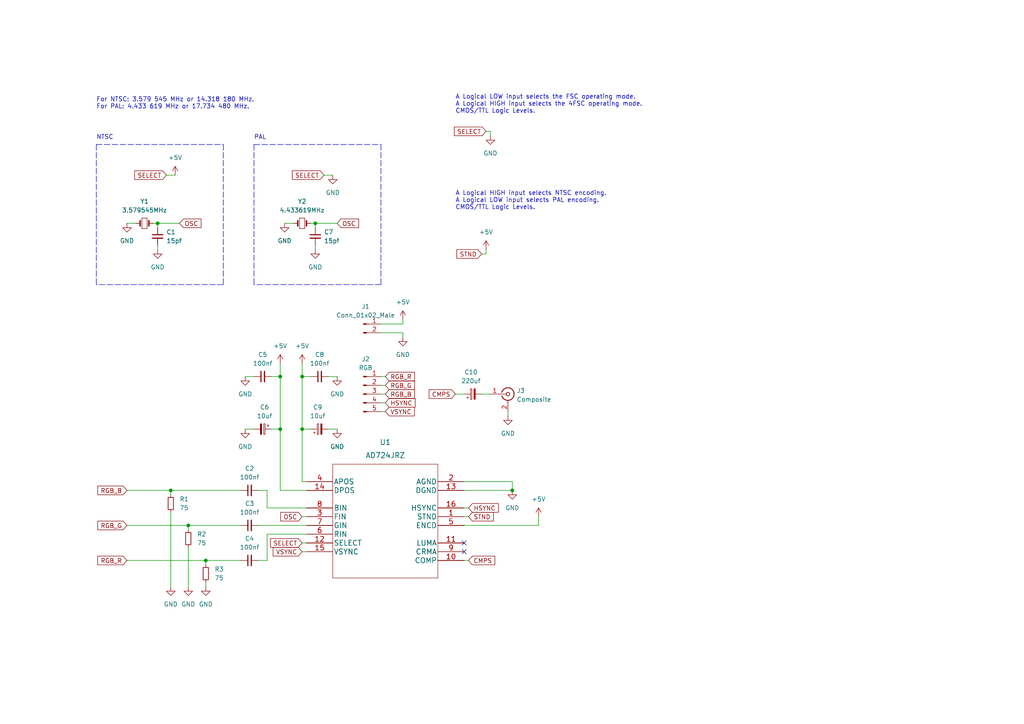
<source format=kicad_sch>
(kicad_sch (version 20211123) (generator eeschema)
  (paper "A4")
  (lib_symbols
    (symbol "2022-06-21_12-51-25:AD724JRZ" (pin_names (offset 0.254))
      (property "Reference" "U" (at 22.86 10.16 0))
      (property "Value" "AD724JRZ" (at 22.86 7.62 0))
      (symbol "AD724JRZ_1_1"
        (polyline (pts (xy 7.62 -27.94) (xy 38.1 -27.94)) (stroke (width 0.127)))
        (polyline (pts (xy 7.62 5.08) (xy 7.62 -27.94)) (stroke (width 0.127)))
        (polyline (pts (xy 38.1 -27.94) (xy 38.1 5.08)) (stroke (width 0.127)))
        (polyline (pts (xy 38.1 5.08) (xy 7.62 5.08)) (stroke (width 0.127)))
        (pin input line (at 45.72 -10.16 180) (length 7.62) (name "STND") (number "1"))
        (pin output line (at 45.72 -22.86 180) (length 7.62) (name "COMP") (number "10"))
        (pin output line (at 45.72 -17.78 180) (length 7.62) (name "LUMA") (number "11"))
        (pin input line (at 0 -17.78 0) (length 7.62) (name "SELECT") (number "12"))
        (pin power_in line (at 45.72 -2.54 180) (length 7.62) (name "DGND") (number "13"))
        (pin power_in line (at 0 -2.54 0) (length 7.62) (name "DPOS") (number "14"))
        (pin input line (at 0 -20.32 0) (length 7.62) (name "VSYNC") (number "15"))
        (pin input line (at 45.72 -7.62 180) (length 7.62) (name "HSYNC") (number "16"))
        (pin power_in line (at 45.72 0 180) (length 7.62) (name "AGND") (number "2"))
        (pin input line (at 0 -10.16 0) (length 7.62) (name "FIN") (number "3"))
        (pin power_in line (at 0 0 0) (length 7.62) (name "APOS") (number "4"))
        (pin input line (at 45.72 -12.7 180) (length 7.62) (name "ENCD") (number "5"))
        (pin input line (at 0 -15.24 0) (length 7.62) (name "RIN") (number "6"))
        (pin input line (at 0 -12.7 0) (length 7.62) (name "GIN") (number "7"))
        (pin input line (at 0 -7.62 0) (length 7.62) (name "BIN") (number "8"))
        (pin output line (at 45.72 -20.32 180) (length 7.62) (name "CRMA") (number "9"))
      )
    )
    (symbol "Connector:Conn_01x02_Male" (pin_names (offset 1.016) hide)
      (property "Reference" "J" (at 0 2.54 0))
      (property "Value" "Conn_01x02_Male" (at 0 -5.08 0))
      (symbol "Conn_01x02_Male_1_1"
        (polyline (pts (xy 1.27 -2.54) (xy 0.8636 -2.54)) (stroke (width 0.1524)))
        (polyline (pts (xy 1.27 0) (xy 0.8636 0)) (stroke (width 0.1524)))
        (rectangle (start 0.8636 -2.413) (end 0 -2.667) (stroke (width 0.1524)) (fill (type outline)))
        (rectangle (start 0.8636 0.127) (end 0 -0.127) (stroke (width 0.1524)) (fill (type outline)))
        (pin passive line (at 5.08 0 180) (length 3.81) (name "Pin_1") (number "1"))
        (pin passive line (at 5.08 -2.54 180) (length 3.81) (name "Pin_2") (number "2"))
      )
    )
    (symbol "Connector:Conn_01x05_Male" (pin_names (offset 1.016) hide)
      (property "Reference" "J" (at 0 7.62 0))
      (property "Value" "Conn_01x05_Male" (at 0 -7.62 0))
      (symbol "Conn_01x05_Male_1_1"
        (polyline (pts (xy 1.27 -5.08) (xy 0.8636 -5.08)) (stroke (width 0.1524)))
        (polyline (pts (xy 1.27 -2.54) (xy 0.8636 -2.54)) (stroke (width 0.1524)))
        (polyline (pts (xy 1.27 0) (xy 0.8636 0)) (stroke (width 0.1524)))
        (polyline (pts (xy 1.27 2.54) (xy 0.8636 2.54)) (stroke (width 0.1524)))
        (polyline (pts (xy 1.27 5.08) (xy 0.8636 5.08)) (stroke (width 0.1524)))
        (rectangle (start 0.8636 -4.953) (end 0 -5.207) (stroke (width 0.1524)) (fill (type outline)))
        (rectangle (start 0.8636 -2.413) (end 0 -2.667) (stroke (width 0.1524)) (fill (type outline)))
        (rectangle (start 0.8636 0.127) (end 0 -0.127) (stroke (width 0.1524)) (fill (type outline)))
        (rectangle (start 0.8636 2.667) (end 0 2.413) (stroke (width 0.1524)) (fill (type outline)))
        (rectangle (start 0.8636 5.207) (end 0 4.953) (stroke (width 0.1524)) (fill (type outline)))
        (pin passive line (at 5.08 5.08 180) (length 3.81) (name "Pin_1") (number "1"))
        (pin passive line (at 5.08 2.54 180) (length 3.81) (name "Pin_2") (number "2"))
        (pin passive line (at 5.08 0 180) (length 3.81) (name "Pin_3") (number "3"))
        (pin passive line (at 5.08 -2.54 180) (length 3.81) (name "Pin_4") (number "4"))
        (pin passive line (at 5.08 -5.08 180) (length 3.81) (name "Pin_5") (number "5"))
      )
    )
    (symbol "Connector:Conn_Coaxial" (pin_names (offset 1.016) hide)
      (property "Reference" "J" (at 0.254 3.048 0))
      (property "Value" "Conn_Coaxial" (at 2.921 0 90))
      (symbol "Conn_Coaxial_0_1"
        (arc (start -1.778 -0.508) (mid 0.222 -1.808) (end 1.778 0) (stroke (width 0.254)))
        (polyline (pts (xy -2.54 0) (xy -0.508 0)))
        (polyline (pts (xy 0 -2.54) (xy 0 -1.778)))
        (circle (center 0 0) (radius 0.508) (stroke (width 0.2032)))
        (arc (start 1.778 0) (mid 0.222 1.8083) (end -1.778 0.508) (stroke (width 0.254)))
      )
      (symbol "Conn_Coaxial_1_1"
        (pin passive line (at -5.08 0 0) (length 2.54) (name "In") (number "1"))
        (pin passive line (at 0 -5.08 90) (length 2.54) (name "Ext") (number "2"))
      )
    )
    (symbol "Device:C_Polarized_Small" (pin_numbers hide) (pin_names (offset 0.254) hide)
      (property "Reference" "C" (at 0.254 1.778 0))
      (property "Value" "C_Polarized_Small" (at 0.254 -2.032 0))
      (symbol "C_Polarized_Small_0_1"
        (rectangle (start -1.524 -0.3048) (end 1.524 -0.6858) (fill (type outline)))
        (rectangle (start -1.524 0.6858) (end 1.524 0.3048))
        (polyline (pts (xy -1.27 1.524) (xy -0.762 1.524)))
        (polyline (pts (xy -1.016 1.27) (xy -1.016 1.778)))
      )
      (symbol "C_Polarized_Small_1_1"
        (pin passive line (at 0 2.54 270) (length 1.8542) (name "~") (number "1"))
        (pin passive line (at 0 -2.54 90) (length 1.8542) (name "~") (number "2"))
      )
    )
    (symbol "Device:C_Small" (pin_numbers hide) (pin_names (offset 0.254) hide)
      (property "Reference" "C" (at 0.254 1.778 0))
      (property "Value" "C_Small" (at 0.254 -2.032 0))
      (symbol "C_Small_0_1"
        (polyline (pts (xy -1.524 -0.508) (xy 1.524 -0.508)) (stroke (width 0.3302)))
        (polyline (pts (xy -1.524 0.508) (xy 1.524 0.508)) (stroke (width 0.3048)))
      )
      (symbol "C_Small_1_1"
        (pin passive line (at 0 2.54 270) (length 2.032) (name "~") (number "1"))
        (pin passive line (at 0 -2.54 90) (length 2.032) (name "~") (number "2"))
      )
    )
    (symbol "Device:Crystal_Small" (pin_numbers hide) (pin_names (offset 1.016) hide)
      (property "Reference" "Y" (at 0 2.54 0))
      (property "Value" "Crystal_Small" (at 0 -2.54 0))
      (symbol "Crystal_Small_0_1"
        (rectangle (start -0.762 -1.524) (end 0.762 1.524))
        (polyline (pts (xy -1.27 -0.762) (xy -1.27 0.762)) (stroke (width 0.381)))
        (polyline (pts (xy 1.27 -0.762) (xy 1.27 0.762)) (stroke (width 0.381)))
      )
      (symbol "Crystal_Small_1_1"
        (pin passive line (at -2.54 0 0) (length 1.27) (name "1") (number "1"))
        (pin passive line (at 2.54 0 180) (length 1.27) (name "2") (number "2"))
      )
    )
    (symbol "Device:R_Small" (pin_numbers hide) (pin_names (offset 0.254) hide)
      (property "Reference" "R" (at 0.762 0.508 0))
      (property "Value" "R_Small" (at 0.762 -1.016 0))
      (symbol "R_Small_0_1"
        (rectangle (start -0.762 1.778) (end 0.762 -1.778) (stroke (width 0.2032)))
      )
      (symbol "R_Small_1_1"
        (pin passive line (at 0 2.54 270) (length 0.762) (name "~") (number "1"))
        (pin passive line (at 0 -2.54 90) (length 0.762) (name "~") (number "2"))
      )
    )
    (symbol "power:+5V" (power) (pin_names (offset 0))
      (property "Value" "+5V" (at 0 3.556 0))
      (symbol "+5V_0_1"
        (polyline (pts (xy -0.762 1.27) (xy 0 2.54)))
        (polyline (pts (xy 0 0) (xy 0 2.54)))
        (polyline (pts (xy 0 2.54) (xy 0.762 1.27)))
      )
      (symbol "+5V_1_1"
        (pin power_in line (at 0 0 90) (length 0) hide (name "+5V") (number "1"))
      )
    )
    (symbol "power:GND" (power) (pin_names (offset 0))
      (property "Value" "GND" (at 0 -3.81 0))
      (symbol "GND_0_1"
        (polyline (pts (xy 0 0) (xy 0 -1.27) (xy 1.27 -1.27) (xy 0 -2.54) (xy -1.27 -1.27) (xy 0 -1.27)))
      )
      (symbol "GND_1_1"
        (pin power_in line (at 0 0 270) (length 0) hide (name "GND") (number "1"))
      )
    )
  )
  (junction (at 91.44 64.77))
  (junction (at 45.72 64.77))
  (junction (at 87.63 124.46))
  (junction (at 49.53 142.24))
  (junction (at 148.59 142.24))
  (junction (at 59.69 162.56))
  (junction (at 54.61 152.4))
  (junction (at 87.63 109.22))
  (junction (at 81.28 109.22))
  (junction (at 81.28 124.46))
  (no_connect (at 134.62 157.48))
  (no_connect (at 134.62 160.02))
  (wire (pts (xy 111.76 116.84) (xy 110.49 116.84)))
  (wire (pts (xy 52.07 64.77) (xy 45.72 64.77)))
  (wire (pts (xy 140.97 38.1) (xy 142.24 38.1)))
  (wire (pts (xy 116.84 93.98) (xy 110.49 93.98)))
  (polyline (pts (xy 73.66 41.91) (xy 73.66 82.55)))
  (wire (pts (xy 81.28 124.46) (xy 81.28 142.24)))
  (wire (pts (xy 74.93 152.4) (xy 88.9 152.4)))
  (wire (pts (xy 97.79 124.46) (xy 95.25 124.46)))
  (wire (pts (xy 111.76 119.38) (xy 110.49 119.38)))
  (wire (pts (xy 90.17 109.22) (xy 87.63 109.22)))
  (polyline (pts (xy 110.49 82.55) (xy 73.66 82.55)))
  (wire (pts (xy 135.89 147.32) (xy 134.62 147.32)))
  (wire (pts (xy 45.72 64.77) (xy 44.45 64.77)))
  (wire (pts (xy 110.49 96.52) (xy 116.84 96.52)))
  (wire (pts (xy 87.63 149.86) (xy 88.9 149.86)))
  (polyline (pts (xy 64.77 82.55) (xy 27.94 82.55)))
  (wire (pts (xy 139.7 114.3) (xy 142.24 114.3)))
  (wire (pts (xy 49.53 170.18) (xy 49.53 148.59)))
  (wire (pts (xy 77.47 154.94) (xy 88.9 154.94)))
  (wire (pts (xy 148.59 139.7) (xy 134.62 139.7)))
  (polyline (pts (xy 27.94 41.91) (xy 27.94 82.55)))
  (wire (pts (xy 77.47 147.32) (xy 88.9 147.32)))
  (wire (pts (xy 48.26 50.8) (xy 50.8 50.8)))
  (polyline (pts (xy 64.77 41.91) (xy 64.77 82.55)))
  (wire (pts (xy 71.12 109.22) (xy 73.66 109.22)))
  (wire (pts (xy 36.83 142.24) (xy 49.53 142.24)))
  (wire (pts (xy 78.74 109.22) (xy 81.28 109.22)))
  (wire (pts (xy 54.61 153.67) (xy 54.61 152.4)))
  (wire (pts (xy 77.47 142.24) (xy 74.93 142.24)))
  (wire (pts (xy 71.12 124.46) (xy 73.66 124.46)))
  (wire (pts (xy 77.47 162.56) (xy 74.93 162.56)))
  (wire (pts (xy 116.84 96.52) (xy 116.84 97.79)))
  (wire (pts (xy 54.61 152.4) (xy 69.85 152.4)))
  (wire (pts (xy 36.83 162.56) (xy 59.69 162.56)))
  (wire (pts (xy 91.44 64.77) (xy 90.17 64.77)))
  (polyline (pts (xy 110.49 41.91) (xy 110.49 82.55)))
  (polyline (pts (xy 73.66 41.91) (xy 110.49 41.91)))
  (wire (pts (xy 93.98 50.8) (xy 96.52 50.8)))
  (wire (pts (xy 97.79 64.77) (xy 91.44 64.77)))
  (wire (pts (xy 81.28 105.41) (xy 81.28 109.22)))
  (wire (pts (xy 116.84 92.71) (xy 116.84 93.98)))
  (wire (pts (xy 87.63 105.41) (xy 87.63 109.22)))
  (wire (pts (xy 134.62 149.86) (xy 135.89 149.86)))
  (wire (pts (xy 111.76 114.3) (xy 110.49 114.3)))
  (wire (pts (xy 82.55 64.77) (xy 85.09 64.77)))
  (wire (pts (xy 90.17 124.46) (xy 87.63 124.46)))
  (wire (pts (xy 148.59 142.24) (xy 148.59 139.7)))
  (wire (pts (xy 87.63 157.48) (xy 88.9 157.48)))
  (wire (pts (xy 87.63 124.46) (xy 87.63 139.7)))
  (wire (pts (xy 111.76 109.22) (xy 110.49 109.22)))
  (polyline (pts (xy 27.94 41.91) (xy 64.77 41.91)))
  (wire (pts (xy 45.72 66.04) (xy 45.72 64.77)))
  (wire (pts (xy 87.63 160.02) (xy 88.9 160.02)))
  (wire (pts (xy 134.62 142.24) (xy 148.59 142.24)))
  (wire (pts (xy 97.79 109.22) (xy 95.25 109.22)))
  (wire (pts (xy 81.28 142.24) (xy 88.9 142.24)))
  (wire (pts (xy 49.53 142.24) (xy 69.85 142.24)))
  (wire (pts (xy 77.47 142.24) (xy 77.47 147.32)))
  (wire (pts (xy 134.62 152.4) (xy 156.21 152.4)))
  (wire (pts (xy 135.89 162.56) (xy 134.62 162.56)))
  (wire (pts (xy 87.63 109.22) (xy 87.63 124.46)))
  (wire (pts (xy 91.44 66.04) (xy 91.44 64.77)))
  (wire (pts (xy 142.24 38.1) (xy 142.24 39.37)))
  (wire (pts (xy 49.53 143.51) (xy 49.53 142.24)))
  (wire (pts (xy 140.97 73.66) (xy 140.97 72.39)))
  (wire (pts (xy 45.72 72.39) (xy 45.72 71.12)))
  (wire (pts (xy 36.83 64.77) (xy 39.37 64.77)))
  (wire (pts (xy 59.69 170.18) (xy 59.69 168.91)))
  (wire (pts (xy 111.76 111.76) (xy 110.49 111.76)))
  (wire (pts (xy 59.69 162.56) (xy 69.85 162.56)))
  (wire (pts (xy 77.47 162.56) (xy 77.47 154.94)))
  (wire (pts (xy 147.32 120.65) (xy 147.32 119.38)))
  (wire (pts (xy 54.61 170.18) (xy 54.61 158.75)))
  (wire (pts (xy 91.44 72.39) (xy 91.44 71.12)))
  (wire (pts (xy 78.74 124.46) (xy 81.28 124.46)))
  (wire (pts (xy 87.63 139.7) (xy 88.9 139.7)))
  (wire (pts (xy 36.83 152.4) (xy 54.61 152.4)))
  (wire (pts (xy 81.28 109.22) (xy 81.28 124.46)))
  (wire (pts (xy 59.69 163.83) (xy 59.69 162.56)))
  (wire (pts (xy 156.21 152.4) (xy 156.21 149.86)))
  (wire (pts (xy 132.08 114.3) (xy 134.62 114.3)))
  (wire (pts (xy 139.7 73.66) (xy 140.97 73.66)))
  (text "A Logical HIGH input selects NTSC encoding.\nA Logical LOW input selects PAL encoding.\nCMOS/TTL Logic Levels." (at 132.08 60.96 0) (effects (font (size 1.27 1.27)) (justify left bottom)))
  (text "For NTSC: 3.579 545 MHz or 14.318 180 MHz.\nFor PAL: 4.433 619 MHz or 17.734 480 MHz." (at 27.94 31.75 0) (effects (font (size 1.27 1.27)) (justify left bottom)))
  (text "A Logical LOW input selects the FSC operating mode.\nA Logical HIGH input selects the 4FSC operating mode.\nCMOS/TTL Logic Levels." (at 132.08 33.02 0) (effects (font (size 1.27 1.27)) (justify left bottom)))
  (text "PAL\n" (at 73.66 40.64 0) (effects (font (size 1.27 1.27)) (justify left bottom)))
  (text "NTSC" (at 27.94 40.64 0) (effects (font (size 1.27 1.27)) (justify left bottom)))
  (global_label "CMPS" (shape input) (at 132.08 114.3 180) (property "Intersheet References" "${INTERSHEET_REFS}" (effects hide)))
  (global_label "HSYNC" (shape input) (at 111.76 116.84 0) (property "Intersheet References" "${INTERSHEET_REFS}" (effects hide)))
  (global_label "SELECT" (shape input) (at 140.97 38.1 180) (property "Intersheet References" "${INTERSHEET_REFS}" (effects hide)))
  (global_label "VSYNC" (shape input) (at 111.76 119.38 0) (property "Intersheet References" "${INTERSHEET_REFS}" (effects hide)))
  (global_label "CMPS" (shape input) (at 135.89 162.56 0) (property "Intersheet References" "${INTERSHEET_REFS}" (effects hide)))
  (global_label "OSC" (shape input) (at 52.07 64.77 0) (property "Intersheet References" "${INTERSHEET_REFS}" (effects hide)))
  (global_label "RGB_B" (shape input) (at 36.83 142.24 180) (property "Intersheet References" "${INTERSHEET_REFS}" (effects hide)))
  (global_label "RGB_R" (shape input) (at 111.76 109.22 0) (property "Intersheet References" "${INTERSHEET_REFS}" (effects hide)))
  (global_label "HSYNC" (shape input) (at 135.89 147.32 0) (property "Intersheet References" "${INTERSHEET_REFS}" (effects hide)))
  (global_label "RGB_G" (shape input) (at 36.83 152.4 180) (property "Intersheet References" "${INTERSHEET_REFS}" (effects hide)))
  (global_label "RGB_R" (shape input) (at 36.83 162.56 180) (property "Intersheet References" "${INTERSHEET_REFS}" (effects hide)))
  (global_label "SELECT" (shape input) (at 87.63 157.48 180) (property "Intersheet References" "${INTERSHEET_REFS}" (effects hide)))
  (global_label "OSC" (shape input) (at 87.63 149.86 180) (property "Intersheet References" "${INTERSHEET_REFS}" (effects hide)))
  (global_label "SELECT" (shape input) (at 93.98 50.8 180) (property "Intersheet References" "${INTERSHEET_REFS}" (effects hide)))
  (global_label "VSYNC" (shape input) (at 87.63 160.02 180) (property "Intersheet References" "${INTERSHEET_REFS}" (effects hide)))
  (global_label "OSC" (shape input) (at 97.79 64.77 0) (property "Intersheet References" "${INTERSHEET_REFS}" (effects hide)))
  (global_label "RGB_B" (shape input) (at 111.76 114.3 0) (property "Intersheet References" "${INTERSHEET_REFS}" (effects hide)))
  (global_label "SELECT" (shape input) (at 48.26 50.8 180) (property "Intersheet References" "${INTERSHEET_REFS}" (effects hide)))
  (global_label "STND" (shape input) (at 135.89 149.86 0) (property "Intersheet References" "${INTERSHEET_REFS}" (effects hide)))
  (global_label "RGB_G" (shape input) (at 111.76 111.76 0) (property "Intersheet References" "${INTERSHEET_REFS}" (effects hide)))
  (global_label "STND" (shape input) (at 139.7 73.66 180) (property "Intersheet References" "${INTERSHEET_REFS}" (effects hide)))
  (symbol (lib_id "power:GND") (at 49.53 170.18 0) (unit 1)
    (property "Reference" "#PWR0102" (effects hide))
    (property "Value" "GND" (at 49.53 175.26 0))
  )
  (symbol (lib_id "power:GND") (at 97.79 109.22 0) (unit 1)
    (property "Reference" "#PWR0118" (effects hide))
    (property "Value" "GND" (at 97.79 114.3 0))
  )
  (symbol (lib_id "Device:R_Small") (at 54.61 156.21 0) (unit 1)
    (property "Reference" "R2" (at 57.15 154.9399 0) (effects (justify left)))
    (property "Value" "75" (at 57.15 157.4799 0) (effects (justify left)))
  )
  (symbol (lib_id "power:GND") (at 71.12 109.22 0) (unit 1)
    (property "Reference" "#PWR0119" (effects hide))
    (property "Value" "GND" (at 71.12 114.3 0))
  )
  (symbol (lib_id "power:GND") (at 142.24 39.37 0) (unit 1)
    (property "Reference" "#PWR0110" (effects hide))
    (property "Value" "GND" (at 142.24 44.45 0))
  )
  (symbol (lib_id "Device:C_Polarized_Small") (at 137.16 114.3 90) (unit 1)
    (property "Reference" "C10" (at 136.6139 107.95 90))
    (property "Value" "220uf" (at 136.6139 110.49 90))
  )
  (symbol (lib_id "power:GND") (at 82.55 64.77 0) (unit 1)
    (property "Reference" "#PWR0106" (effects hide))
    (property "Value" "GND" (at 82.55 69.85 0))
  )
  (symbol (lib_id "power:GND") (at 116.84 97.79 0) (unit 1)
    (property "Reference" "#PWR0112" (effects hide))
    (property "Value" "GND" (at 116.84 102.87 0))
  )
  (symbol (lib_id "Device:C_Small") (at 76.2 109.22 90) (unit 1)
    (property "Reference" "C5" (at 76.2063 102.87 90))
    (property "Value" "100nf" (at 76.2063 105.41 90))
  )
  (symbol (lib_id "power:+5V") (at 140.97 72.39 0) (unit 1)
    (property "Reference" "#PWR0111" (effects hide))
    (property "Value" "+5V" (at 140.97 67.31 0))
  )
  (symbol (lib_id "power:GND") (at 147.32 120.65 0) (unit 1)
    (property "Reference" "#PWR0114" (effects hide))
    (property "Value" "GND" (at 147.32 125.73 0))
  )
  (symbol (lib_id "2022-06-21_12-51-25:AD724JRZ") (at 88.9 139.7 0) (unit 1)
    (property "Reference" "U1" (at 111.76 128.27 0) (effects (font (size 1.524 1.524))))
    (property "Value" "AD724JRZ" (at 111.76 132.08 0) (effects (font (size 1.524 1.524))))
    (property "Footprint" "RW_16_ADI" (effects hide))
  )
  (symbol (lib_id "power:GND") (at 91.44 72.39 0) (unit 1)
    (property "Reference" "#PWR0107" (effects hide))
    (property "Value" "GND" (at 91.44 77.47 0))
  )
  (symbol (lib_id "Device:C_Small") (at 72.39 162.56 90) (unit 1)
    (property "Reference" "C4" (at 72.3963 156.21 90))
    (property "Value" "100nf" (at 72.3963 158.75 90))
  )
  (symbol (lib_id "Device:C_Polarized_Small") (at 92.71 124.46 90) (unit 1)
    (property "Reference" "C9" (at 92.1639 118.11 90))
    (property "Value" "10uf" (at 92.1639 120.65 90))
  )
  (symbol (lib_id "power:+5V") (at 50.8 50.8 0) (unit 1)
    (property "Reference" "#PWR0120" (effects hide))
    (property "Value" "+5V" (at 50.8 45.72 0))
  )
  (symbol (lib_id "Device:C_Small") (at 92.71 109.22 90) (unit 1)
    (property "Reference" "C8" (at 92.7163 102.87 90))
    (property "Value" "100nf" (at 92.7163 105.41 90))
  )
  (symbol (lib_id "Connector:Conn_Coaxial") (at 147.32 114.3 0) (unit 1)
    (property "Reference" "J3" (at 149.86 113.3231 0) (effects (justify left)))
    (property "Value" "Composite" (at 149.86 115.8631 0) (effects (justify left)))
    (property "Datasheet" " ~" (effects hide))
  )
  (symbol (lib_id "Device:Crystal_Small") (at 41.91 64.77 0) (unit 1)
    (property "Reference" "Y1" (at 41.91 58.42 0))
    (property "Value" "3.579545MHz" (at 41.91 60.96 0))
  )
  (symbol (lib_id "Device:C_Polarized_Small") (at 76.2 124.46 270) (unit 1)
    (property "Reference" "C6" (at 76.7461 118.11 90))
    (property "Value" "10uf" (at 76.7461 120.65 90))
  )
  (symbol (lib_id "Connector:Conn_01x02_Male") (at 105.41 93.98 0) (unit 1)
    (property "Reference" "J1" (at 106.045 88.9 0))
    (property "Value" "Conn_01x02_Male" (at 106.045 91.44 0))
  )
  (symbol (lib_id "power:GND") (at 45.72 72.39 0) (unit 1)
    (property "Reference" "#PWR0121" (effects hide))
    (property "Value" "GND" (at 45.72 77.47 0))
  )
  (symbol (lib_id "power:GND") (at 148.59 142.24 0) (unit 1)
    (property "Reference" "#PWR0117" (effects hide))
    (property "Value" "GND" (at 148.59 147.32 0))
  )
  (symbol (lib_id "power:GND") (at 36.83 64.77 0) (unit 1)
    (property "Reference" "#PWR0122" (effects hide))
    (property "Value" "GND" (at 36.83 69.85 0))
  )
  (symbol (lib_id "Device:C_Small") (at 72.39 142.24 90) (unit 1)
    (property "Reference" "C2" (at 72.3963 135.89 90))
    (property "Value" "100nf" (at 72.3963 138.43 90))
  )
  (symbol (lib_id "power:GND") (at 97.79 124.46 0) (unit 1)
    (property "Reference" "#PWR0115" (effects hide))
    (property "Value" "GND" (at 97.79 129.54 0))
  )
  (symbol (lib_id "power:GND") (at 59.69 170.18 0) (unit 1)
    (property "Reference" "#PWR0104" (effects hide))
    (property "Value" "GND" (at 59.69 175.26 0))
  )
  (symbol (lib_id "Device:C_Small") (at 72.39 152.4 90) (unit 1)
    (property "Reference" "C3" (at 72.3963 146.05 90))
    (property "Value" "100nf" (at 72.3963 148.59 90))
  )
  (symbol (lib_id "power:+5V") (at 87.63 105.41 0) (unit 1)
    (property "Reference" "#PWR0108" (effects hide))
    (property "Value" "+5V" (at 87.63 100.33 0))
  )
  (symbol (lib_id "power:+5V") (at 81.28 105.41 0) (unit 1)
    (property "Reference" "#PWR0105" (effects hide))
    (property "Value" "+5V" (at 81.28 100.33 0))
  )
  (symbol (lib_id "power:GND") (at 54.61 170.18 0) (unit 1)
    (property "Reference" "#PWR0103" (effects hide))
    (property "Value" "GND" (at 54.61 175.26 0))
  )
  (symbol (lib_id "Device:Crystal_Small") (at 87.63 64.77 0) (unit 1)
    (property "Reference" "Y2" (at 87.63 58.42 0))
    (property "Value" "4.433619MHz" (at 87.63 60.96 0))
  )
  (symbol (lib_id "Device:R_Small") (at 59.69 166.37 0) (unit 1)
    (property "Reference" "R3" (at 62.23 165.0999 0) (effects (justify left)))
    (property "Value" "75" (at 62.23 167.6399 0) (effects (justify left)))
  )
  (symbol (lib_id "Device:C_Small") (at 91.44 68.58 0) (unit 1)
    (property "Reference" "C7" (at 93.98 67.3162 0) (effects (justify left)))
    (property "Value" "15pf" (at 93.98 69.8562 0) (effects (justify left)))
  )
  (symbol (lib_id "power:+5V") (at 116.84 92.71 0) (unit 1)
    (property "Reference" "#PWR0113" (effects hide))
    (property "Value" "+5V" (at 116.84 87.63 0))
  )
  (symbol (lib_id "Device:R_Small") (at 49.53 146.05 0) (unit 1)
    (property "Reference" "R1" (at 52.07 144.7799 0) (effects (justify left)))
    (property "Value" "75" (at 52.07 147.3199 0) (effects (justify left)))
  )
  (symbol (lib_id "Connector:Conn_01x05_Male") (at 105.41 114.3 0) (unit 1)
    (property "Reference" "J2" (at 106.045 104.14 0))
    (property "Value" "RGB" (at 106.045 106.68 0))
  )
  (symbol (lib_id "power:GND") (at 71.12 124.46 0) (unit 1)
    (property "Reference" "#PWR0101" (effects hide))
    (property "Value" "GND" (at 71.12 129.54 0))
  )
  (symbol (lib_id "Device:C_Small") (at 45.72 68.58 0) (unit 1)
    (property "Reference" "C1" (at 48.26 67.3162 0) (effects (justify left)))
    (property "Value" "15pf" (at 48.26 69.8562 0) (effects (justify left)))
  )
  (symbol (lib_id "power:+5V") (at 156.21 149.86 0) (unit 1)
    (property "Reference" "#PWR0116" (effects hide))
    (property "Value" "+5V" (at 156.21 144.78 0))
  )
  (symbol (lib_id "power:GND") (at 96.52 50.8 0) (unit 1)
    (property "Reference" "#PWR0109" (effects hide))
    (property "Value" "GND" (at 96.52 55.88 0))
  )
)
</source>
